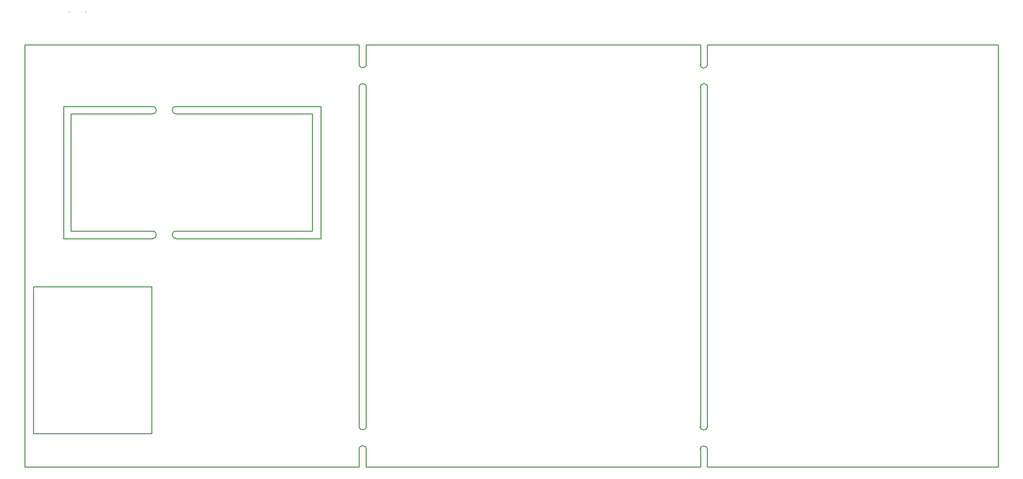
<source format=gko>
%FSLAX43Y43*%
%MOMM*%
G71*
G01*
G75*
%ADD10C,0.300*%
%ADD11R,1.600X1.800*%
%ADD12R,1.800X1.600*%
%ADD13R,0.600X2.150*%
%ADD14R,0.600X2.150*%
%ADD15R,0.600X1.700*%
%ADD16C,0.250*%
%ADD17C,0.063*%
%ADD18R,1.700X0.600*%
%ADD19R,1.700X0.600*%
%ADD20R,1.550X0.600*%
%ADD21R,1.550X0.600*%
%ADD22R,2.200X0.600*%
%ADD23R,2.200X0.600*%
%ADD24R,1.450X0.550*%
%ADD25R,1.450X0.550*%
%ADD26R,1.300X1.500*%
%ADD27R,2.200X0.550*%
%ADD28R,2.200X0.550*%
%ADD29R,1.300X0.850*%
%ADD30R,2.700X2.500*%
%ADD31R,0.300X1.600*%
%ADD32R,2.150X0.600*%
%ADD33R,2.150X0.600*%
%ADD34R,2.000X1.000*%
%ADD35O,2.000X1.000*%
%ADD36R,2.150X1.100*%
%ADD37R,2.150X3.500*%
%ADD38R,8.000X3.500*%
%ADD39R,3.000X4.000*%
%ADD40R,4.000X3.000*%
%ADD41R,0.600X2.200*%
%ADD42R,0.600X2.200*%
%ADD43R,0.850X1.300*%
%ADD44R,1.100X2.150*%
%ADD45R,3.500X2.150*%
%ADD46R,2.500X2.000*%
%ADD47R,2.500X0.500*%
%ADD48O,1.800X0.350*%
%ADD49O,1.800X0.350*%
%ADD50R,1.500X1.300*%
%ADD51C,0.500*%
%ADD52C,0.200*%
%ADD53C,0.400*%
%ADD54C,0.600*%
%ADD55C,1.000*%
%ADD56C,0.800*%
%ADD57C,1.500*%
%ADD58C,2.000*%
%ADD59C,3.000*%
%ADD60C,0.880*%
%ADD61C,0.100*%
%ADD62C,5.000*%
%ADD63C,1.300*%
%ADD64C,1.500*%
%ADD65R,1.500X1.500*%
%ADD66C,1.500*%
%ADD67C,2.000*%
%ADD68C,1.400*%
%ADD69R,1.400X1.400*%
%ADD70R,2.000X2.000*%
%ADD71C,2.500*%
%ADD72C,3.000*%
%ADD73R,3.000X3.000*%
%ADD74R,1.800X1.800*%
%ADD75C,1.800*%
%ADD76R,2.500X2.500*%
%ADD77C,4.000*%
%ADD78C,3.500*%
%ADD79O,1.500X2.000*%
%ADD80R,1.500X2.000*%
%ADD81C,1.200*%
%ADD82C,1.100*%
%ADD83C,1.270*%
%ADD84R,0.950X0.900*%
%ADD85C,0.700*%
%ADD86R,1.803X2.003*%
%ADD87R,2.003X1.803*%
%ADD88R,0.803X2.353*%
%ADD89R,0.803X2.353*%
%ADD90R,0.803X1.903*%
%ADD91R,1.903X0.803*%
%ADD92R,1.903X0.803*%
%ADD93R,1.753X0.803*%
%ADD94R,1.753X0.803*%
%ADD95R,2.403X0.803*%
%ADD96R,2.403X0.803*%
%ADD97R,1.653X0.753*%
%ADD98R,1.653X0.753*%
%ADD99R,1.503X1.703*%
%ADD100R,2.403X0.753*%
%ADD101R,2.403X0.753*%
%ADD102R,1.503X1.053*%
%ADD103R,2.903X2.703*%
%ADD104R,0.503X1.803*%
%ADD105R,2.353X0.803*%
%ADD106R,2.353X0.803*%
%ADD107R,2.203X1.203*%
%ADD108O,2.203X1.203*%
%ADD109R,2.353X1.303*%
%ADD110R,2.353X3.703*%
%ADD111R,8.203X3.703*%
%ADD112R,3.203X4.203*%
%ADD113R,4.203X3.203*%
%ADD114R,0.803X2.403*%
%ADD115R,0.803X2.403*%
%ADD116R,1.053X1.503*%
%ADD117R,1.303X2.353*%
%ADD118R,3.703X2.353*%
%ADD119R,2.703X2.203*%
%ADD120R,2.703X0.703*%
%ADD121O,2.003X0.553*%
%ADD122O,2.003X0.553*%
%ADD123R,1.703X1.503*%
%ADD124C,5.203*%
%ADD125C,1.503*%
%ADD126C,1.703*%
%ADD127R,1.703X1.703*%
%ADD128C,1.703*%
%ADD129C,2.203*%
%ADD130C,1.603*%
%ADD131R,1.603X1.603*%
%ADD132R,2.203X2.203*%
%ADD133C,2.703*%
%ADD134C,3.203*%
%ADD135R,3.203X3.203*%
%ADD136R,2.003X2.003*%
%ADD137C,2.003*%
%ADD138R,2.703X2.703*%
%ADD139C,4.203*%
%ADD140C,3.703*%
%ADD141O,1.703X2.203*%
%ADD142R,1.703X2.203*%
%ADD143C,1.403*%
%ADD144C,1.303*%
%ADD145C,1.473*%
%ADD146R,1.153X1.103*%
D16*
X11800Y121250D02*
G03*
X11800Y121250I0J0D01*
G01*
G03*
X11800Y121250I0J0D01*
G01*
G03*
X11800Y121250I0J0D01*
G01*
G03*
X11800Y121250I0J0D01*
G01*
G03*
X11800Y121250I0J0D01*
G01*
G03*
X11800Y121250I0J0D01*
G01*
G03*
X11800Y121250I0J0D01*
G01*
G03*
X11800Y121250I0J0D01*
G01*
X34104Y60891D02*
G03*
X34098Y62809I-53J959D01*
G01*
X40147Y62809D02*
G03*
X40152Y60891I53J-959D01*
G01*
X34104Y94091D02*
G03*
X34098Y96009I-53J959D01*
G01*
X40147Y96009D02*
G03*
X40152Y94091I53J-959D01*
G01*
X88991Y10797D02*
G03*
X90909Y10802I959J53D01*
G01*
X90909Y4753D02*
G03*
X88991Y4748I-959J-53D01*
G01*
X90909Y101203D02*
G03*
X88991Y101198I-959J-53D01*
G01*
X88991Y107247D02*
G03*
X90910Y107252I959J53D01*
G01*
X16175Y121251D02*
G03*
X16175Y121251I0J0D01*
G01*
G03*
X16175Y121251I0J0D01*
G01*
G03*
X16175Y121251I0J0D01*
G01*
G03*
X16175Y121251I0J0D01*
G01*
G03*
X16175Y121251I0J0D01*
G01*
G03*
X16175Y121251I0J0D01*
G01*
G03*
X16175Y121251I0J0D01*
G01*
G03*
X16175Y121251I0J0D01*
G01*
X181784Y101204D02*
G03*
X179865Y101199I-959J-53D01*
G01*
X179787Y107148D02*
G03*
X181705Y107153I959J53D01*
G01*
X179787Y10748D02*
G03*
X181705Y10753I959J53D01*
G01*
X181705Y4704D02*
G03*
X179786Y4699I-959J-53D01*
G01*
X41961Y96050D02*
X41961Y96050D01*
X76500Y62800D02*
Y94000D01*
X89000Y0D02*
Y4950D01*
X89000Y10700D02*
Y101500D01*
X89000Y107050D02*
Y112400D01*
X40300Y96050D02*
X40300Y96050D01*
X40300Y96050D02*
X78850D01*
X40300Y94050D02*
X76500D01*
X10350Y96050D02*
X34050D01*
X12350Y94050D02*
X34200D01*
X12300Y62800D02*
X34350D01*
X10300Y60800D02*
X34100D01*
X40200D02*
X78850D01*
X40000Y62800D02*
X76500D01*
X12300Y63150D02*
Y94050D01*
X12300Y62900D02*
Y64150D01*
X10300Y95400D02*
Y96050D01*
X78850Y60800D02*
Y96050D01*
X10300Y60800D02*
Y95550D01*
X0Y112400D02*
X89000D01*
X0Y0D02*
Y112400D01*
Y0D02*
X89000D01*
X2250Y48000D02*
X18050D01*
X18000D02*
X33750D01*
Y8900D02*
Y48000D01*
X2250Y8900D02*
Y48000D01*
X2250Y8900D02*
X33750D01*
X10300Y60850D02*
X10350Y60800D01*
X78800D02*
X78850Y60850D01*
X179874Y0D02*
Y4951D01*
Y10651D02*
Y101451D01*
X90874Y10551D02*
Y101251D01*
Y-49D02*
Y4951D01*
X90874Y112401D02*
X179874D01*
X90845Y0D02*
X179845D01*
X181690Y10603D02*
Y101225D01*
X181696Y112400D02*
X259096D01*
X181696D02*
X181696Y107051D01*
X181696Y0D02*
Y4701D01*
X181696Y0D02*
X259146D01*
X259146D02*
Y112400D01*
X179870Y107051D02*
Y112400D01*
X90874Y107000D02*
Y112401D01*
D52*
X40810Y62800D02*
X40860Y62850D01*
M02*

</source>
